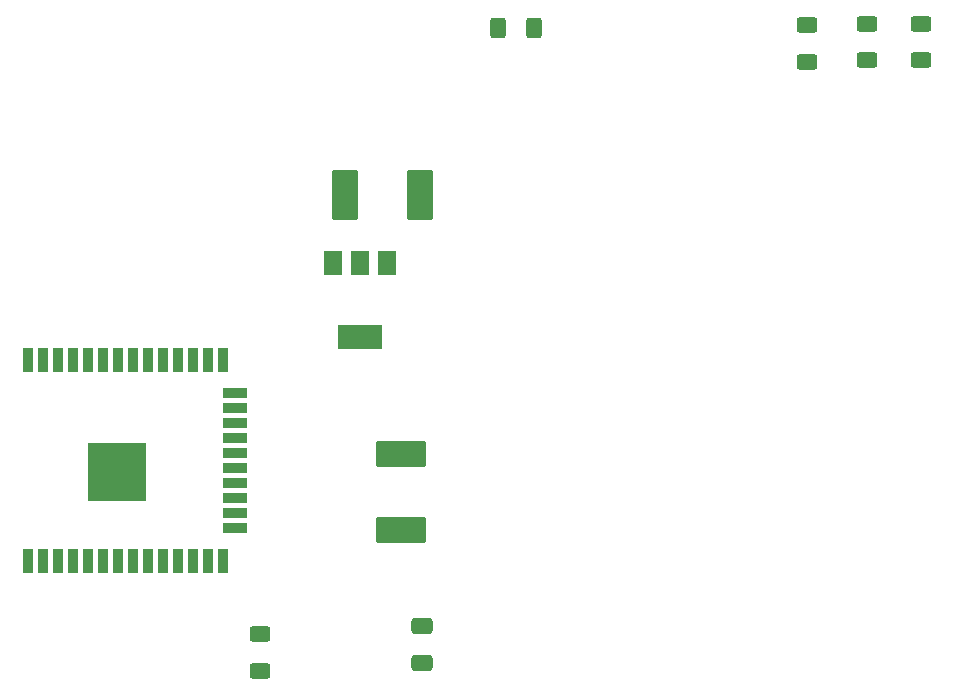
<source format=gtp>
%TF.GenerationSoftware,KiCad,Pcbnew,(6.0.4-0)*%
%TF.CreationDate,2022-11-11T12:05:06+01:00*%
%TF.ProjectId,DGPS_0.1,44475053-5f30-42e3-912e-6b696361645f,rev?*%
%TF.SameCoordinates,Original*%
%TF.FileFunction,Paste,Top*%
%TF.FilePolarity,Positive*%
%FSLAX46Y46*%
G04 Gerber Fmt 4.6, Leading zero omitted, Abs format (unit mm)*
G04 Created by KiCad (PCBNEW (6.0.4-0)) date 2022-11-11 12:05:06*
%MOMM*%
%LPD*%
G01*
G04 APERTURE LIST*
G04 Aperture macros list*
%AMRoundRect*
0 Rectangle with rounded corners*
0 $1 Rounding radius*
0 $2 $3 $4 $5 $6 $7 $8 $9 X,Y pos of 4 corners*
0 Add a 4 corners polygon primitive as box body*
4,1,4,$2,$3,$4,$5,$6,$7,$8,$9,$2,$3,0*
0 Add four circle primitives for the rounded corners*
1,1,$1+$1,$2,$3*
1,1,$1+$1,$4,$5*
1,1,$1+$1,$6,$7*
1,1,$1+$1,$8,$9*
0 Add four rect primitives between the rounded corners*
20,1,$1+$1,$2,$3,$4,$5,0*
20,1,$1+$1,$4,$5,$6,$7,0*
20,1,$1+$1,$6,$7,$8,$9,0*
20,1,$1+$1,$8,$9,$2,$3,0*%
G04 Aperture macros list end*
%ADD10RoundRect,0.250000X-0.625000X0.400000X-0.625000X-0.400000X0.625000X-0.400000X0.625000X0.400000X0*%
%ADD11RoundRect,0.250000X-0.875000X-1.875000X0.875000X-1.875000X0.875000X1.875000X-0.875000X1.875000X0*%
%ADD12RoundRect,0.250000X0.400000X0.625000X-0.400000X0.625000X-0.400000X-0.625000X0.400000X-0.625000X0*%
%ADD13R,0.900000X2.000000*%
%ADD14R,2.000000X0.900000*%
%ADD15R,5.000000X5.000000*%
%ADD16RoundRect,0.250000X-1.875000X0.875000X-1.875000X-0.875000X1.875000X-0.875000X1.875000X0.875000X0*%
%ADD17RoundRect,0.250000X0.650000X-0.412500X0.650000X0.412500X-0.650000X0.412500X-0.650000X-0.412500X0*%
%ADD18R,1.500000X2.000000*%
%ADD19R,3.800000X2.000000*%
G04 APERTURE END LIST*
D10*
X183769000Y-43408000D03*
X183769000Y-46508000D03*
X188341000Y-43408000D03*
X188341000Y-46508000D03*
X132334000Y-95097000D03*
X132334000Y-98197000D03*
D11*
X139548000Y-57912000D03*
X145948000Y-57912000D03*
D10*
X178689000Y-43535000D03*
X178689000Y-46635000D03*
D12*
X155601000Y-43815000D03*
X152501000Y-43815000D03*
D13*
X112730000Y-88910000D03*
X114000000Y-88910000D03*
X115270000Y-88910000D03*
X116540000Y-88910000D03*
X117810000Y-88910000D03*
X119080000Y-88910000D03*
X120350000Y-88910000D03*
X121620000Y-88910000D03*
X122890000Y-88910000D03*
X124160000Y-88910000D03*
X125430000Y-88910000D03*
X126700000Y-88910000D03*
X127970000Y-88910000D03*
X129240000Y-88910000D03*
D14*
X130240000Y-86125000D03*
X130240000Y-84855000D03*
X130240000Y-83585000D03*
X130240000Y-82315000D03*
X130240000Y-81045000D03*
X130240000Y-79775000D03*
X130240000Y-78505000D03*
X130240000Y-77235000D03*
X130240000Y-75965000D03*
X130240000Y-74695000D03*
D13*
X129240000Y-71910000D03*
X127970000Y-71910000D03*
X126700000Y-71910000D03*
X125430000Y-71910000D03*
X124160000Y-71910000D03*
X122890000Y-71910000D03*
X121620000Y-71910000D03*
X120350000Y-71910000D03*
X119080000Y-71910000D03*
X117810000Y-71910000D03*
X116540000Y-71910000D03*
X115270000Y-71910000D03*
X114000000Y-71910000D03*
X112730000Y-71910000D03*
D15*
X120230000Y-81410000D03*
D16*
X144272000Y-79858000D03*
X144272000Y-86258000D03*
D17*
X146050000Y-97574500D03*
X146050000Y-94449500D03*
D18*
X143143000Y-63652000D03*
D19*
X140843000Y-69952000D03*
D18*
X140843000Y-63652000D03*
X138543000Y-63652000D03*
M02*

</source>
